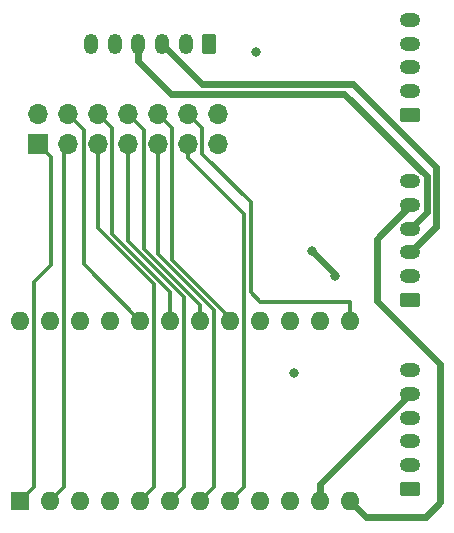
<source format=gbr>
%TF.GenerationSoftware,KiCad,Pcbnew,(6.0.9)*%
%TF.CreationDate,2023-01-21T18:50:51-09:00*%
%TF.ProjectId,CONTROLLER_Stick,434f4e54-524f-44c4-9c45-525f53746963,rev?*%
%TF.SameCoordinates,Original*%
%TF.FileFunction,Copper,L2,Inr*%
%TF.FilePolarity,Positive*%
%FSLAX46Y46*%
G04 Gerber Fmt 4.6, Leading zero omitted, Abs format (unit mm)*
G04 Created by KiCad (PCBNEW (6.0.9)) date 2023-01-21 18:50:51*
%MOMM*%
%LPD*%
G01*
G04 APERTURE LIST*
G04 Aperture macros list*
%AMRoundRect*
0 Rectangle with rounded corners*
0 $1 Rounding radius*
0 $2 $3 $4 $5 $6 $7 $8 $9 X,Y pos of 4 corners*
0 Add a 4 corners polygon primitive as box body*
4,1,4,$2,$3,$4,$5,$6,$7,$8,$9,$2,$3,0*
0 Add four circle primitives for the rounded corners*
1,1,$1+$1,$2,$3*
1,1,$1+$1,$4,$5*
1,1,$1+$1,$6,$7*
1,1,$1+$1,$8,$9*
0 Add four rect primitives between the rounded corners*
20,1,$1+$1,$2,$3,$4,$5,0*
20,1,$1+$1,$4,$5,$6,$7,0*
20,1,$1+$1,$6,$7,$8,$9,0*
20,1,$1+$1,$8,$9,$2,$3,0*%
G04 Aperture macros list end*
%TA.AperFunction,ComponentPad*%
%ADD10RoundRect,0.250000X0.625000X-0.350000X0.625000X0.350000X-0.625000X0.350000X-0.625000X-0.350000X0*%
%TD*%
%TA.AperFunction,ComponentPad*%
%ADD11O,1.750000X1.200000*%
%TD*%
%TA.AperFunction,ComponentPad*%
%ADD12R,1.600000X1.600000*%
%TD*%
%TA.AperFunction,ComponentPad*%
%ADD13O,1.600000X1.600000*%
%TD*%
%TA.AperFunction,ComponentPad*%
%ADD14RoundRect,0.250000X0.350000X0.625000X-0.350000X0.625000X-0.350000X-0.625000X0.350000X-0.625000X0*%
%TD*%
%TA.AperFunction,ComponentPad*%
%ADD15O,1.200000X1.750000*%
%TD*%
%TA.AperFunction,ComponentPad*%
%ADD16O,1.700000X1.700000*%
%TD*%
%TA.AperFunction,ComponentPad*%
%ADD17R,1.700000X1.700000*%
%TD*%
%TA.AperFunction,ViaPad*%
%ADD18C,0.800000*%
%TD*%
%TA.AperFunction,Conductor*%
%ADD19C,0.609600*%
%TD*%
%TA.AperFunction,Conductor*%
%ADD20C,0.304800*%
%TD*%
G04 APERTURE END LIST*
D10*
%TO.N,+5V*%
%TO.C,J4*%
X35000000Y-10000000D03*
D11*
%TO.N,/CSg*%
X35000000Y-8000000D03*
%TO.N,/SCK*%
X35000000Y-6000000D03*
%TO.N,/MISOg*%
X35000000Y-4000000D03*
%TO.N,GND*%
X35000000Y-2000000D03*
%TD*%
D10*
%TO.N,+5V*%
%TO.C,J2*%
X35024000Y-41670000D03*
D11*
%TO.N,/MISO*%
X35024000Y-39670000D03*
%TO.N,/MOSI*%
X35024000Y-37670000D03*
%TO.N,/SCK*%
X35024000Y-35670000D03*
%TO.N,/CSy*%
X35024000Y-33670000D03*
%TO.N,GND*%
X35024000Y-31670000D03*
%TD*%
D10*
%TO.N,+5V*%
%TO.C,J1*%
X35024000Y-25670000D03*
D11*
%TO.N,/MISO*%
X35024000Y-23670000D03*
%TO.N,/MOSI*%
X35024000Y-21670000D03*
%TO.N,/SCK*%
X35024000Y-19670000D03*
%TO.N,/CSx*%
X35024000Y-17670000D03*
%TO.N,GND*%
X35024000Y-15670000D03*
%TD*%
D12*
%TO.N,/D1*%
%TO.C,U1*%
X2004000Y-42688000D03*
D13*
%TO.N,/D0*%
X4544000Y-42688000D03*
%TO.N,GND*%
X7084000Y-42688000D03*
X9624000Y-42688000D03*
%TO.N,/D2*%
X12164000Y-42688000D03*
%TO.N,/~{D3}*%
X14704000Y-42688000D03*
%TO.N,/D4A6*%
X17244000Y-42688000D03*
%TO.N,/~{D5}*%
X19784000Y-42688000D03*
%TO.N,/CSg*%
X22324000Y-42688000D03*
%TO.N,/CSz*%
X24864000Y-42688000D03*
%TO.N,/CSy*%
X27404000Y-42688000D03*
%TO.N,/CSx*%
X29944000Y-42688000D03*
%TO.N,/~{D10A10}*%
X29944000Y-27448000D03*
%TO.N,/MOSI*%
X27404000Y-27448000D03*
%TO.N,/MISO*%
X24864000Y-27448000D03*
%TO.N,/SCK*%
X22324000Y-27448000D03*
%TO.N,/A0*%
X19784000Y-27448000D03*
%TO.N,/A1*%
X17244000Y-27448000D03*
%TO.N,/A2*%
X14704000Y-27448000D03*
%TO.N,/A3*%
X12164000Y-27448000D03*
%TO.N,+5V*%
X9624000Y-27448000D03*
%TO.N,/RST*%
X7084000Y-27448000D03*
%TO.N,GND*%
X4544000Y-27448000D03*
%TO.N,Net-(U1-Pad24)*%
X2004000Y-27448000D03*
%TD*%
D14*
%TO.N,+5V*%
%TO.C,J3*%
X18000000Y-4000000D03*
D15*
%TO.N,/MISO*%
X16000000Y-4000000D03*
%TO.N,/MOSI*%
X14000000Y-4000000D03*
%TO.N,/SCK*%
X12000000Y-4000000D03*
%TO.N,/CSz*%
X10000000Y-4000000D03*
%TO.N,GND*%
X8000000Y-4000000D03*
%TD*%
D16*
%TO.N,GND*%
%TO.C,J5*%
X18740000Y-9960000D03*
X18740000Y-12500000D03*
%TO.N,/~{D10A10}*%
X16200000Y-9960000D03*
%TO.N,/~{D5}*%
X16200000Y-12500000D03*
%TO.N,/A0*%
X13660000Y-9960000D03*
%TO.N,/D4A6*%
X13660000Y-12500000D03*
%TO.N,/A1*%
X11120000Y-9960000D03*
%TO.N,/~{D3}*%
X11120000Y-12500000D03*
%TO.N,/A2*%
X8580000Y-9960000D03*
%TO.N,/D2*%
X8580000Y-12500000D03*
%TO.N,/A3*%
X6040000Y-9960000D03*
%TO.N,/D0*%
X6040000Y-12500000D03*
%TO.N,+5V*%
X3500000Y-9960000D03*
D17*
%TO.N,/D1*%
X3500000Y-12500000D03*
%TD*%
D18*
%TO.N,/MOSI*%
X25146000Y-31859500D03*
%TO.N,/MISO*%
X21971000Y-4681500D03*
X26670000Y-21572500D03*
X28642000Y-23670000D03*
%TD*%
D19*
%TO.N,/CSx*%
X31307500Y-44051500D02*
X29944000Y-42688000D01*
X36322000Y-44051500D02*
X31307500Y-44051500D01*
X37528500Y-42845000D02*
X36322000Y-44051500D01*
X37528500Y-31097500D02*
X37528500Y-42845000D01*
X32194500Y-25763500D02*
X37528500Y-31097500D01*
X32194500Y-20499500D02*
X32194500Y-25763500D01*
X35024000Y-17670000D02*
X32194500Y-20499500D01*
%TO.N,/SCK*%
X12000000Y-5484600D02*
X14752900Y-8237500D01*
X12000000Y-4000000D02*
X12000000Y-5484600D01*
X36403810Y-15212373D02*
X36403810Y-18290190D01*
X29428937Y-8237500D02*
X36403810Y-15212373D01*
X14752900Y-8237500D02*
X29428937Y-8237500D01*
X36403810Y-18290190D02*
X35024000Y-19670000D01*
%TO.N,/MOSI*%
X17427889Y-7427889D02*
X14000000Y-4000000D01*
X35024000Y-21670000D02*
X37213421Y-19480579D01*
X37213421Y-19480579D02*
X37213421Y-14460959D01*
X37213421Y-14460959D02*
X30180351Y-7427889D01*
X30180351Y-7427889D02*
X17427889Y-7427889D01*
%TO.N,/MISO*%
X28642000Y-23544500D02*
X26670000Y-21572500D01*
X28642000Y-23670000D02*
X28642000Y-23544500D01*
%TO.N,/CSy*%
X27404000Y-41290000D02*
X27404000Y-42688000D01*
X35024000Y-33670000D02*
X27404000Y-41290000D01*
D20*
%TO.N,/~{D10A10}*%
X21526500Y-17445000D02*
X17402401Y-13320901D01*
X17402401Y-11162401D02*
X16200000Y-9960000D01*
X21526500Y-25065000D02*
X21526500Y-17445000D01*
X22324000Y-25862500D02*
X21526500Y-25065000D01*
X17402401Y-13320901D02*
X17402401Y-11162401D01*
X29944000Y-25862500D02*
X22324000Y-25862500D01*
X29944000Y-27448000D02*
X29944000Y-25862500D01*
%TO.N,/~{D5}*%
X19784000Y-42688000D02*
X20958190Y-41513810D01*
X20958190Y-41513810D02*
X20958190Y-18460271D01*
X20958190Y-18460271D02*
X16200000Y-13702081D01*
X16200000Y-13702081D02*
X16200000Y-12500000D01*
%TO.N,/A0*%
X14862401Y-11162401D02*
X13660000Y-9960000D01*
X14862401Y-17688851D02*
X14862401Y-11162401D01*
X14859000Y-17692252D02*
X14862401Y-17688851D01*
X14859000Y-22334500D02*
X14859000Y-17692252D01*
X19784000Y-27259500D02*
X14859000Y-22334500D01*
X19784000Y-27448000D02*
X19784000Y-27259500D01*
%TO.N,/D4A6*%
X18396401Y-41535599D02*
X18396401Y-26585811D01*
X18396401Y-26585811D02*
X13655689Y-21845099D01*
X13655689Y-21845099D02*
X13655690Y-12504310D01*
X17244000Y-42688000D02*
X18396401Y-41535599D01*
X13655690Y-12504310D02*
X13660000Y-12500000D01*
%TO.N,/A1*%
X12457599Y-11297599D02*
X11120000Y-9960000D01*
X17244000Y-26147320D02*
X12457599Y-21360919D01*
X12457599Y-21360919D02*
X12457599Y-11297599D01*
X17244000Y-27448000D02*
X17244000Y-26147320D01*
%TO.N,/~{D3}*%
X11120000Y-20737230D02*
X11120000Y-12500000D01*
X15856401Y-41535599D02*
X15856401Y-25473631D01*
X15856401Y-25473631D02*
X11120000Y-20737230D01*
X14704000Y-42688000D02*
X15856401Y-41535599D01*
%TO.N,/A2*%
X9782401Y-20113541D02*
X9782401Y-11162401D01*
X14704000Y-27448000D02*
X14704000Y-25035140D01*
X14704000Y-25035140D02*
X9782401Y-20113541D01*
X9782401Y-11162401D02*
X8580000Y-9960000D01*
%TO.N,/D2*%
X8580000Y-19625050D02*
X8580000Y-12500000D01*
X13316401Y-24361451D02*
X8580000Y-19625050D01*
X13316401Y-41535599D02*
X13316401Y-24361451D01*
X12164000Y-42688000D02*
X13316401Y-41535599D01*
%TO.N,/A3*%
X7377599Y-11297599D02*
X6040000Y-9960000D01*
X7377599Y-22661599D02*
X7377599Y-11297599D01*
X12164000Y-27448000D02*
X7377599Y-22661599D01*
%TO.N,/D0*%
X5696401Y-12843599D02*
X6040000Y-12500000D01*
X5696401Y-41535599D02*
X5696401Y-12843599D01*
X4544000Y-42688000D02*
X5696401Y-41535599D01*
%TO.N,/D1*%
X4602401Y-13602401D02*
X3500000Y-12500000D01*
X4602401Y-22769153D02*
X4602401Y-13602401D01*
X3156401Y-24215153D02*
X4602401Y-22769153D01*
X3156401Y-41535599D02*
X3156401Y-24215153D01*
X2004000Y-42688000D02*
X3156401Y-41535599D01*
%TD*%
M02*

</source>
